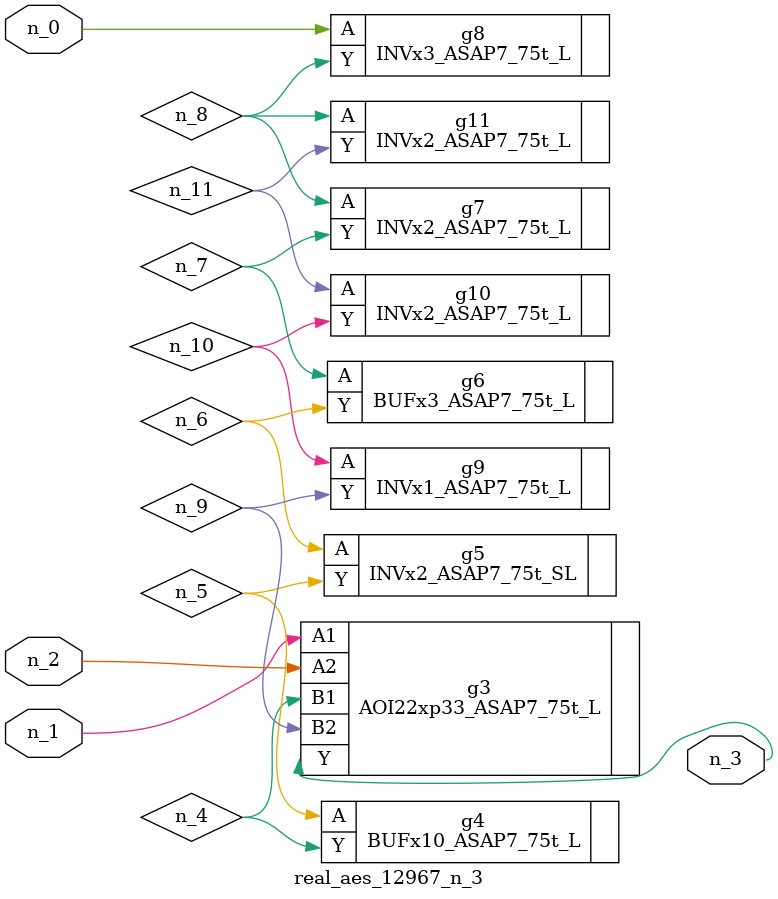
<source format=v>
module real_aes_12967_n_3 (n_0, n_2, n_1, n_3);
input n_0;
input n_2;
input n_1;
output n_3;
wire n_4;
wire n_5;
wire n_7;
wire n_9;
wire n_6;
wire n_8;
wire n_10;
wire n_11;
INVx3_ASAP7_75t_L g8 ( .A(n_0), .Y(n_8) );
AOI22xp33_ASAP7_75t_L g3 ( .A1(n_1), .A2(n_2), .B1(n_4), .B2(n_9), .Y(n_3) );
BUFx10_ASAP7_75t_L g4 ( .A(n_5), .Y(n_4) );
INVx2_ASAP7_75t_SL g5 ( .A(n_6), .Y(n_5) );
BUFx3_ASAP7_75t_L g6 ( .A(n_7), .Y(n_6) );
INVx2_ASAP7_75t_L g7 ( .A(n_8), .Y(n_7) );
INVx2_ASAP7_75t_L g11 ( .A(n_8), .Y(n_11) );
INVx1_ASAP7_75t_L g9 ( .A(n_10), .Y(n_9) );
INVx2_ASAP7_75t_L g10 ( .A(n_11), .Y(n_10) );
endmodule
</source>
